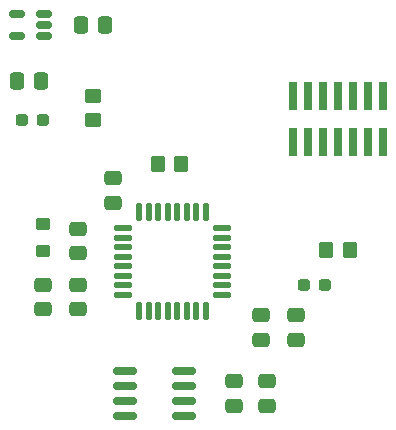
<source format=gbr>
%TF.GenerationSoftware,KiCad,Pcbnew,(6.0.11)*%
%TF.CreationDate,2023-02-16T16:39:03+01:00*%
%TF.ProjectId,microProc,6d696372-6f50-4726-9f63-2e6b69636164,rev?*%
%TF.SameCoordinates,Original*%
%TF.FileFunction,Paste,Top*%
%TF.FilePolarity,Positive*%
%FSLAX46Y46*%
G04 Gerber Fmt 4.6, Leading zero omitted, Abs format (unit mm)*
G04 Created by KiCad (PCBNEW (6.0.11)) date 2023-02-16 16:39:03*
%MOMM*%
%LPD*%
G01*
G04 APERTURE LIST*
G04 Aperture macros list*
%AMRoundRect*
0 Rectangle with rounded corners*
0 $1 Rounding radius*
0 $2 $3 $4 $5 $6 $7 $8 $9 X,Y pos of 4 corners*
0 Add a 4 corners polygon primitive as box body*
4,1,4,$2,$3,$4,$5,$6,$7,$8,$9,$2,$3,0*
0 Add four circle primitives for the rounded corners*
1,1,$1+$1,$2,$3*
1,1,$1+$1,$4,$5*
1,1,$1+$1,$6,$7*
1,1,$1+$1,$8,$9*
0 Add four rect primitives between the rounded corners*
20,1,$1+$1,$2,$3,$4,$5,0*
20,1,$1+$1,$4,$5,$6,$7,0*
20,1,$1+$1,$6,$7,$8,$9,0*
20,1,$1+$1,$8,$9,$2,$3,0*%
G04 Aperture macros list end*
%ADD10RoundRect,0.150000X0.825000X0.150000X-0.825000X0.150000X-0.825000X-0.150000X0.825000X-0.150000X0*%
%ADD11RoundRect,0.150000X0.512500X0.150000X-0.512500X0.150000X-0.512500X-0.150000X0.512500X-0.150000X0*%
%ADD12RoundRect,0.125000X-0.625000X-0.125000X0.625000X-0.125000X0.625000X0.125000X-0.625000X0.125000X0*%
%ADD13RoundRect,0.125000X-0.125000X-0.625000X0.125000X-0.625000X0.125000X0.625000X-0.125000X0.625000X0*%
%ADD14RoundRect,0.250000X0.450000X-0.350000X0.450000X0.350000X-0.450000X0.350000X-0.450000X-0.350000X0*%
%ADD15RoundRect,0.250000X-0.350000X-0.450000X0.350000X-0.450000X0.350000X0.450000X-0.350000X0.450000X0*%
%ADD16RoundRect,0.250000X0.350000X-0.275000X0.350000X0.275000X-0.350000X0.275000X-0.350000X-0.275000X0*%
%ADD17R,0.740000X2.400000*%
%ADD18RoundRect,0.237500X0.287500X0.237500X-0.287500X0.237500X-0.287500X-0.237500X0.287500X-0.237500X0*%
%ADD19RoundRect,0.250000X-0.475000X0.337500X-0.475000X-0.337500X0.475000X-0.337500X0.475000X0.337500X0*%
%ADD20RoundRect,0.250000X-0.337500X-0.475000X0.337500X-0.475000X0.337500X0.475000X-0.337500X0.475000X0*%
%ADD21RoundRect,0.250000X0.337500X0.475000X-0.337500X0.475000X-0.337500X-0.475000X0.337500X-0.475000X0*%
%ADD22RoundRect,0.250000X0.475000X-0.337500X0.475000X0.337500X-0.475000X0.337500X-0.475000X-0.337500X0*%
G04 APERTURE END LIST*
D10*
%TO.C,U3*%
X132975000Y-88105000D03*
X132975000Y-86835000D03*
X132975000Y-85565000D03*
X132975000Y-84295000D03*
X128025000Y-84295000D03*
X128025000Y-85565000D03*
X128025000Y-86835000D03*
X128025000Y-88105000D03*
%TD*%
D11*
%TO.C,U2*%
X121137500Y-55950000D03*
X121137500Y-55000000D03*
X121137500Y-54050000D03*
X118862500Y-54050000D03*
X118862500Y-55950000D03*
%TD*%
D12*
%TO.C,U1*%
X127825000Y-72200000D03*
X127825000Y-73000000D03*
X127825000Y-73800000D03*
X127825000Y-74600000D03*
X127825000Y-75400000D03*
X127825000Y-76200000D03*
X127825000Y-77000000D03*
X127825000Y-77800000D03*
D13*
X129200000Y-79175000D03*
X130000000Y-79175000D03*
X130800000Y-79175000D03*
X131600000Y-79175000D03*
X132400000Y-79175000D03*
X133200000Y-79175000D03*
X134000000Y-79175000D03*
X134800000Y-79175000D03*
D12*
X136175000Y-77800000D03*
X136175000Y-77000000D03*
X136175000Y-76200000D03*
X136175000Y-75400000D03*
X136175000Y-74600000D03*
X136175000Y-73800000D03*
X136175000Y-73000000D03*
X136175000Y-72200000D03*
D13*
X134800000Y-70825000D03*
X134000000Y-70825000D03*
X133200000Y-70825000D03*
X132400000Y-70825000D03*
X131600000Y-70825000D03*
X130800000Y-70825000D03*
X130000000Y-70825000D03*
X129200000Y-70825000D03*
%TD*%
D14*
%TO.C,R3*%
X125265000Y-63000000D03*
X125265000Y-61000000D03*
%TD*%
D15*
%TO.C,R2*%
X130735000Y-66735000D03*
X132735000Y-66735000D03*
%TD*%
%TO.C,R1*%
X145000000Y-74000000D03*
X147000000Y-74000000D03*
%TD*%
D16*
%TO.C,L1*%
X121000000Y-71850000D03*
X121000000Y-74150000D03*
%TD*%
D17*
%TO.C,J4*%
X142190000Y-64900000D03*
X142190000Y-61000000D03*
X143460000Y-64900000D03*
X143460000Y-61000000D03*
X144730000Y-64900000D03*
X144730000Y-61000000D03*
X146000000Y-64900000D03*
X146000000Y-61000000D03*
X147270000Y-64900000D03*
X147270000Y-61000000D03*
X148540000Y-64900000D03*
X148540000Y-61000000D03*
X149810000Y-64900000D03*
X149810000Y-61000000D03*
%TD*%
D18*
%TO.C,D2*%
X121000000Y-63000000D03*
X119250000Y-63000000D03*
%TD*%
%TO.C,D1*%
X144875000Y-77000000D03*
X143125000Y-77000000D03*
%TD*%
D19*
%TO.C,C10*%
X140000000Y-85162500D03*
X140000000Y-87237500D03*
%TD*%
%TO.C,C9*%
X137205000Y-87237500D03*
X137205000Y-85162500D03*
%TD*%
D20*
%TO.C,C8*%
X118821248Y-59735000D03*
X120896248Y-59735000D03*
%TD*%
D21*
%TO.C,C7*%
X126302500Y-54962500D03*
X124227500Y-54962500D03*
%TD*%
D19*
%TO.C,C6*%
X121000000Y-79037500D03*
X121000000Y-76962500D03*
%TD*%
%TO.C,C5*%
X124000000Y-79037500D03*
X124000000Y-76962500D03*
%TD*%
D22*
%TO.C,C4*%
X124000000Y-74298752D03*
X124000000Y-72223752D03*
%TD*%
%TO.C,C3*%
X127000000Y-67962500D03*
X127000000Y-70037500D03*
%TD*%
D19*
%TO.C,C2*%
X139500000Y-81637500D03*
X139500000Y-79562500D03*
%TD*%
%TO.C,C1*%
X142500000Y-81637500D03*
X142500000Y-79562500D03*
%TD*%
M02*

</source>
